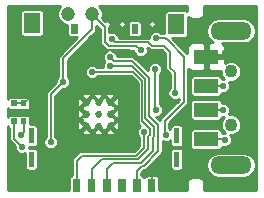
<source format=gbr>
G04 (created by PCBNEW (2013-07-07 BZR 4022)-stable) date 26/08/2023 23:26:33*
%MOIN*%
G04 Gerber Fmt 3.4, Leading zero omitted, Abs format*
%FSLAX34Y34*%
G01*
G70*
G90*
G04 APERTURE LIST*
%ADD10C,0.00590551*%
%ADD11C,0.012*%
%ADD12C,0.0472441*%
%ADD13O,0.1378X0.0591*%
%ADD14R,0.0787X0.0472*%
%ADD15C,0.0433*%
%ADD16C,0.0215*%
%ADD17C,0.006*%
%ADD18C,0.005*%
%ADD19C,0.0079*%
%ADD20C,0.01*%
G04 APERTURE END LIST*
G54D10*
G36*
X-4563Y-687D02*
X-4386Y-687D01*
X-4386Y-884D01*
X-4563Y-884D01*
X-4563Y-687D01*
X-4563Y-687D01*
G37*
G36*
X-4563Y-87D02*
X-4386Y-87D01*
X-4386Y-284D01*
X-4563Y-284D01*
X-4563Y-87D01*
X-4563Y-87D01*
G37*
G36*
X-4243Y-687D02*
X-4066Y-687D01*
X-4066Y-884D01*
X-4243Y-884D01*
X-4243Y-687D01*
X-4243Y-687D01*
G37*
G36*
X-4243Y-87D02*
X-4066Y-87D01*
X-4066Y-284D01*
X-4243Y-284D01*
X-4243Y-87D01*
X-4243Y-87D01*
G37*
G54D11*
X-1673Y-531D03*
X-1279Y-531D03*
X-2067Y-531D03*
X-2067Y-137D03*
X-1673Y-137D03*
X-1279Y-137D03*
X-1279Y-925D03*
X-1673Y-925D03*
X-2067Y-925D03*
G54D10*
G36*
X-255Y-3151D02*
X-511Y-3151D01*
X-511Y-2698D01*
X-255Y-2698D01*
X-255Y-3151D01*
X-255Y-3151D01*
G37*
G36*
X237Y-3151D02*
X-19Y-3151D01*
X-19Y-2698D01*
X237Y-2698D01*
X237Y-3151D01*
X237Y-3151D01*
G37*
G36*
X-757Y-3151D02*
X-1013Y-3151D01*
X-1013Y-2698D01*
X-757Y-2698D01*
X-757Y-3151D01*
X-757Y-3151D01*
G37*
G36*
X-1259Y-3151D02*
X-1515Y-3151D01*
X-1515Y-2698D01*
X-1259Y-2698D01*
X-1259Y-3151D01*
X-1259Y-3151D01*
G37*
G36*
X-1761Y-3151D02*
X-2017Y-3151D01*
X-2017Y-2698D01*
X-1761Y-2698D01*
X-1761Y-3151D01*
X-1761Y-3151D01*
G37*
G36*
X-2263Y-3151D02*
X-2519Y-3151D01*
X-2519Y-2698D01*
X-2263Y-2698D01*
X-2263Y-3151D01*
X-2263Y-3151D01*
G37*
G36*
X1033Y-2305D02*
X856Y-2305D01*
X856Y-1793D01*
X1033Y-1793D01*
X1033Y-2305D01*
X1033Y-2305D01*
G37*
G36*
X1033Y-1517D02*
X856Y-1517D01*
X856Y-1005D01*
X1033Y-1005D01*
X1033Y-1517D01*
X1033Y-1517D01*
G37*
G36*
X-3808Y-1517D02*
X-3985Y-1517D01*
X-3985Y-1005D01*
X-3808Y-1005D01*
X-3808Y-1517D01*
X-3808Y-1517D01*
G37*
G36*
X-3808Y-2305D02*
X-3985Y-2305D01*
X-3985Y-1793D01*
X-3808Y-1793D01*
X-3808Y-2305D01*
X-3808Y-2305D01*
G37*
G36*
X1201Y2124D02*
X650Y2124D01*
X650Y2793D01*
X1201Y2793D01*
X1201Y2124D01*
X1201Y2124D01*
G37*
G36*
X-3601Y2164D02*
X-4152Y2164D01*
X-4152Y2833D01*
X-3601Y2833D01*
X-3601Y2164D01*
X-3601Y2164D01*
G37*
G36*
X-345Y2144D02*
X-558Y2144D01*
X-558Y2459D01*
X-345Y2459D01*
X-345Y2144D01*
X-345Y2144D01*
G37*
G36*
X-2353Y2144D02*
X-2566Y2144D01*
X-2566Y2459D01*
X-2353Y2459D01*
X-2353Y2144D01*
X-2353Y2144D01*
G37*
G54D12*
X-2677Y2793D03*
X-1889Y2793D03*
X-2677Y2793D03*
X-1889Y2793D03*
G54D10*
G36*
X-255Y-3151D02*
X-511Y-3151D01*
X-511Y-2698D01*
X-255Y-2698D01*
X-255Y-3151D01*
X-255Y-3151D01*
G37*
G36*
X237Y-3151D02*
X-19Y-3151D01*
X-19Y-2698D01*
X237Y-2698D01*
X237Y-3151D01*
X237Y-3151D01*
G37*
G36*
X-757Y-3151D02*
X-1013Y-3151D01*
X-1013Y-2698D01*
X-757Y-2698D01*
X-757Y-3151D01*
X-757Y-3151D01*
G37*
G36*
X-1259Y-3151D02*
X-1515Y-3151D01*
X-1515Y-2698D01*
X-1259Y-2698D01*
X-1259Y-3151D01*
X-1259Y-3151D01*
G37*
G36*
X-1761Y-3151D02*
X-2017Y-3151D01*
X-2017Y-2698D01*
X-1761Y-2698D01*
X-1761Y-3151D01*
X-1761Y-3151D01*
G37*
G36*
X-2263Y-3151D02*
X-2519Y-3151D01*
X-2519Y-2698D01*
X-2263Y-2698D01*
X-2263Y-3151D01*
X-2263Y-3151D01*
G37*
G36*
X1033Y-2305D02*
X856Y-2305D01*
X856Y-1793D01*
X1033Y-1793D01*
X1033Y-2305D01*
X1033Y-2305D01*
G37*
G36*
X1033Y-1517D02*
X856Y-1517D01*
X856Y-1005D01*
X1033Y-1005D01*
X1033Y-1517D01*
X1033Y-1517D01*
G37*
G36*
X-3808Y-1517D02*
X-3985Y-1517D01*
X-3985Y-1005D01*
X-3808Y-1005D01*
X-3808Y-1517D01*
X-3808Y-1517D01*
G37*
G36*
X-3808Y-2305D02*
X-3985Y-2305D01*
X-3985Y-1793D01*
X-3808Y-1793D01*
X-3808Y-2305D01*
X-3808Y-2305D01*
G37*
G36*
X1201Y2124D02*
X650Y2124D01*
X650Y2793D01*
X1201Y2793D01*
X1201Y2124D01*
X1201Y2124D01*
G37*
G36*
X-3601Y2164D02*
X-4152Y2164D01*
X-4152Y2833D01*
X-3601Y2833D01*
X-3601Y2164D01*
X-3601Y2164D01*
G37*
G36*
X-345Y2144D02*
X-558Y2144D01*
X-558Y2459D01*
X-345Y2459D01*
X-345Y2144D01*
X-345Y2144D01*
G37*
G36*
X-2353Y2144D02*
X-2566Y2144D01*
X-2566Y2459D01*
X-2353Y2459D01*
X-2353Y2144D01*
X-2353Y2144D01*
G37*
G54D11*
X-1673Y-531D03*
X-1279Y-531D03*
X-2067Y-531D03*
X-2067Y-137D03*
X-1673Y-137D03*
X-1279Y-137D03*
X-1279Y-925D03*
X-1673Y-925D03*
X-2067Y-925D03*
G54D10*
G36*
X-4563Y-687D02*
X-4386Y-687D01*
X-4386Y-884D01*
X-4563Y-884D01*
X-4563Y-687D01*
X-4563Y-687D01*
G37*
G36*
X-4563Y-87D02*
X-4386Y-87D01*
X-4386Y-284D01*
X-4563Y-284D01*
X-4563Y-87D01*
X-4563Y-87D01*
G37*
G36*
X-4243Y-687D02*
X-4066Y-687D01*
X-4066Y-884D01*
X-4243Y-884D01*
X-4243Y-687D01*
X-4243Y-687D01*
G37*
G36*
X-4243Y-87D02*
X-4066Y-87D01*
X-4066Y-284D01*
X-4243Y-284D01*
X-4243Y-87D01*
X-4243Y-87D01*
G37*
G54D13*
X2755Y2237D03*
X2755Y-2250D03*
G54D14*
X1928Y-400D03*
X1928Y393D03*
X1928Y-1384D03*
X1928Y1371D03*
G54D15*
X2755Y-892D03*
X2755Y879D03*
G54D16*
X-2840Y535D03*
X-3260Y-1485D03*
X-260Y1595D03*
X255Y2006D03*
X580Y-1225D03*
X580Y-1225D03*
X255Y2006D03*
X-260Y1595D03*
X-3260Y-1485D03*
X-2840Y535D03*
X250Y-400D03*
X225Y950D03*
X225Y950D03*
X250Y-400D03*
X2500Y400D03*
X2500Y400D03*
X2500Y-400D03*
X2500Y-400D03*
X-140Y-1125D03*
X-140Y-1125D03*
X-1280Y1075D03*
X-1280Y1075D03*
X-1880Y875D03*
X-1880Y875D03*
X-1280Y1355D03*
X-1280Y1355D03*
X-1220Y1975D03*
X875Y150D03*
X875Y150D03*
X-1220Y1975D03*
X2540Y-1405D03*
X2540Y-1405D03*
X-3800Y795D03*
X-3060Y815D03*
X2560Y1495D03*
X180Y-2245D03*
X260Y1395D03*
X-220Y1235D03*
X-1900Y1735D03*
X-472Y2892D03*
X-472Y2892D03*
X-1900Y1735D03*
X-220Y1235D03*
X260Y1395D03*
X180Y-2245D03*
X2560Y1495D03*
X-3060Y815D03*
X-3800Y795D03*
X-4251Y-1251D03*
X-4251Y-1251D03*
X-4212Y-1635D03*
X-4212Y-1635D03*
G54D17*
X-2840Y535D02*
X-3260Y115D01*
X-3260Y115D02*
X-3260Y-1485D01*
X-260Y1595D02*
X-400Y1735D01*
X-400Y1735D02*
X-1320Y1735D01*
X-1320Y1735D02*
X-1460Y1875D01*
X-1460Y1875D02*
X-1460Y2242D01*
X-1889Y2282D02*
X-1889Y2793D01*
X-2840Y1331D02*
X-2840Y535D01*
X-2007Y2163D02*
X-2840Y1331D01*
X-2007Y2163D02*
X-1889Y2282D01*
X-1460Y2364D02*
X-1889Y2793D01*
X-1460Y2242D02*
X-1460Y2364D01*
X580Y-1225D02*
X540Y-1185D01*
X540Y-1185D02*
X540Y-765D01*
X540Y-765D02*
X1180Y-125D01*
X1180Y-125D02*
X1180Y1375D01*
X1180Y1375D02*
X640Y1915D01*
X548Y2006D02*
X640Y1915D01*
X255Y2006D02*
X548Y2006D01*
X255Y2006D02*
X548Y2006D01*
X548Y2006D02*
X640Y1915D01*
X1180Y1375D02*
X640Y1915D01*
X1180Y-125D02*
X1180Y1375D01*
X540Y-765D02*
X1180Y-125D01*
X540Y-1185D02*
X540Y-765D01*
X580Y-1225D02*
X540Y-1185D01*
X-1460Y2242D02*
X-1460Y2364D01*
X-1460Y2364D02*
X-1889Y2793D01*
X-2007Y2163D02*
X-1889Y2282D01*
X-2007Y2163D02*
X-2840Y1331D01*
X-2840Y1331D02*
X-2840Y535D01*
X-1889Y2282D02*
X-1889Y2793D01*
X-1460Y1875D02*
X-1460Y2242D01*
X-1320Y1735D02*
X-1460Y1875D01*
X-400Y1735D02*
X-1320Y1735D01*
X-260Y1595D02*
X-400Y1735D01*
X-3260Y115D02*
X-3260Y-1485D01*
X-2840Y535D02*
X-3260Y115D01*
G54D18*
X250Y-400D02*
X225Y-375D01*
X225Y-375D02*
X225Y950D01*
X225Y-375D02*
X225Y950D01*
X250Y-400D02*
X225Y-375D01*
X2500Y400D02*
X2499Y401D01*
X2499Y401D02*
X1825Y401D01*
X2499Y401D02*
X1825Y401D01*
X2500Y400D02*
X2499Y401D01*
X2500Y-400D02*
X2493Y-393D01*
X2493Y-393D02*
X1825Y-393D01*
X2493Y-393D02*
X1825Y-393D01*
X2500Y-400D02*
X2493Y-393D01*
X-140Y-1125D02*
X-140Y-1665D01*
X-140Y-1665D02*
X-400Y-1925D01*
X-400Y-1925D02*
X-2220Y-1925D01*
X-2220Y-1925D02*
X-2391Y-2096D01*
X-2391Y-2096D02*
X-2391Y-2925D01*
X-2391Y-2096D02*
X-2391Y-2925D01*
X-2220Y-1925D02*
X-2391Y-2096D01*
X-400Y-1925D02*
X-2220Y-1925D01*
X-140Y-1665D02*
X-400Y-1925D01*
X-140Y-1125D02*
X-140Y-1665D01*
X-1387Y-2372D02*
X-1180Y-2165D01*
X-1180Y-2165D02*
X-240Y-2165D01*
X-240Y-2165D02*
X160Y-1765D01*
X160Y-1765D02*
X160Y-1325D01*
X160Y-1325D02*
X200Y-1285D01*
X200Y-1285D02*
X200Y-985D01*
X200Y-985D02*
X-99Y-685D01*
X-99Y-685D02*
X-99Y634D01*
X-99Y634D02*
X-540Y1075D01*
X-540Y1075D02*
X-1280Y1075D01*
X-1387Y-2925D02*
X-1387Y-2372D01*
X-1387Y-2925D02*
X-1387Y-2372D01*
X-540Y1075D02*
X-1280Y1075D01*
X-99Y634D02*
X-540Y1075D01*
X-99Y-685D02*
X-99Y634D01*
X200Y-985D02*
X-99Y-685D01*
X200Y-1285D02*
X200Y-985D01*
X160Y-1325D02*
X200Y-1285D01*
X160Y-1765D02*
X160Y-1325D01*
X-240Y-2165D02*
X160Y-1765D01*
X-1180Y-2165D02*
X-240Y-2165D01*
X-1387Y-2372D02*
X-1180Y-2165D01*
X-1889Y-2374D02*
X-1560Y-2045D01*
X-1560Y-2045D02*
X-340Y-2045D01*
X-340Y-2045D02*
X0Y-1705D01*
X0Y-1705D02*
X0Y-1285D01*
X0Y-1285D02*
X60Y-1225D01*
X60Y-1225D02*
X60Y-1045D01*
X60Y-1045D02*
X-200Y-785D01*
X-200Y-785D02*
X-200Y575D01*
X-200Y575D02*
X-500Y875D01*
X-500Y875D02*
X-1880Y875D01*
X-1889Y-2925D02*
X-1889Y-2374D01*
X-1889Y-2925D02*
X-1889Y-2374D01*
X-500Y875D02*
X-1880Y875D01*
X-200Y575D02*
X-500Y875D01*
X-200Y-785D02*
X-200Y575D01*
X60Y-1045D02*
X-200Y-785D01*
X60Y-1225D02*
X60Y-1045D01*
X0Y-1285D02*
X60Y-1225D01*
X0Y-1705D02*
X0Y-1285D01*
X-340Y-2045D02*
X0Y-1705D01*
X-1560Y-2045D02*
X-340Y-2045D01*
X-1889Y-2374D02*
X-1560Y-2045D01*
X-383Y-2925D02*
X-383Y-2448D01*
X-1160Y1235D02*
X-1280Y1355D01*
X-540Y1235D02*
X-1160Y1235D01*
X20Y675D02*
X-540Y1235D01*
X20Y-604D02*
X20Y675D01*
X320Y-904D02*
X20Y-604D01*
X320Y-1785D02*
X320Y-904D01*
X-160Y-2265D02*
X320Y-1785D01*
X-200Y-2265D02*
X-160Y-2265D01*
X-383Y-2448D02*
X-200Y-2265D01*
X-383Y-2448D02*
X-200Y-2265D01*
X-200Y-2265D02*
X-160Y-2265D01*
X-160Y-2265D02*
X320Y-1785D01*
X320Y-1785D02*
X320Y-904D01*
X320Y-904D02*
X20Y-604D01*
X20Y-604D02*
X20Y675D01*
X20Y675D02*
X-540Y1235D01*
X-540Y1235D02*
X-1160Y1235D01*
X-1160Y1235D02*
X-1280Y1355D01*
X-383Y-2925D02*
X-383Y-2448D01*
X-1220Y1975D02*
X-1100Y1855D01*
X-1100Y1855D02*
X0Y1855D01*
X0Y1855D02*
X100Y1755D01*
X725Y1530D02*
X725Y1000D01*
X520Y1735D02*
X725Y1530D01*
X120Y1735D02*
X520Y1735D01*
X100Y1755D02*
X120Y1735D01*
X725Y1000D02*
X875Y850D01*
X875Y850D02*
X875Y150D01*
X875Y850D02*
X875Y150D01*
X725Y1000D02*
X875Y850D01*
X100Y1755D02*
X120Y1735D01*
X120Y1735D02*
X520Y1735D01*
X520Y1735D02*
X725Y1530D01*
X725Y1530D02*
X725Y1000D01*
X0Y1855D02*
X100Y1755D01*
X-1100Y1855D02*
X0Y1855D01*
X-1220Y1975D02*
X-1100Y1855D01*
X2540Y-1405D02*
X2512Y-1377D01*
X2512Y-1377D02*
X1825Y-1377D01*
X2512Y-1377D02*
X1825Y-1377D01*
X2540Y-1405D02*
X2512Y-1377D01*
G54D19*
X-3080Y795D02*
X-3800Y795D01*
X-3060Y815D02*
X-3080Y795D01*
X2444Y1379D02*
X2560Y1495D01*
X1825Y1379D02*
X2444Y1379D01*
X109Y-2316D02*
X180Y-2245D01*
X109Y-2925D02*
X109Y-2316D01*
X-4105Y-150D02*
X-4035Y-80D01*
X-3900Y-25D02*
X-3800Y75D01*
X-3980Y-25D02*
X-3900Y-25D01*
X-4035Y-80D02*
X-3980Y-25D01*
X-3800Y75D02*
X-3800Y795D01*
X-4474Y-185D02*
X-4154Y-185D01*
X-4140Y-185D02*
X-4035Y-80D01*
X-4035Y-80D02*
X-4035Y-80D01*
X-4154Y-185D02*
X-4140Y-185D01*
X-1800Y1635D02*
X-1900Y1735D01*
X-1900Y1735D02*
X-1900Y1755D01*
X260Y1395D02*
X100Y1235D01*
X100Y1235D02*
X-220Y1235D01*
X-220Y1235D02*
X-300Y1235D01*
X-300Y1235D02*
X-650Y1585D01*
X-650Y1585D02*
X-1750Y1585D01*
X-1750Y1585D02*
X-1900Y1735D01*
X-472Y2892D02*
X-472Y2872D01*
X-472Y2892D02*
X-472Y2872D01*
X-1750Y1585D02*
X-1900Y1735D01*
X-650Y1585D02*
X-1750Y1585D01*
X-300Y1235D02*
X-650Y1585D01*
X-220Y1235D02*
X-300Y1235D01*
X100Y1235D02*
X-220Y1235D01*
X260Y1395D02*
X100Y1235D01*
X-1900Y1735D02*
X-1900Y1755D01*
X-1800Y1635D02*
X-1900Y1735D01*
X-4154Y-185D02*
X-4140Y-185D01*
X-4035Y-80D02*
X-4035Y-80D01*
X-4140Y-185D02*
X-4035Y-80D01*
X-4474Y-185D02*
X-4154Y-185D01*
X-3800Y75D02*
X-3800Y795D01*
X-4035Y-80D02*
X-3980Y-25D01*
X-3980Y-25D02*
X-3900Y-25D01*
X-3900Y-25D02*
X-3800Y75D01*
X-4105Y-150D02*
X-4035Y-80D01*
X109Y-2925D02*
X109Y-2316D01*
X109Y-2316D02*
X180Y-2245D01*
X1825Y1379D02*
X2444Y1379D01*
X2444Y1379D02*
X2560Y1495D01*
X-3060Y815D02*
X-3080Y795D01*
X-3080Y795D02*
X-3800Y795D01*
G54D18*
X-4251Y-1251D02*
X-4154Y-1154D01*
X-4154Y-1154D02*
X-4154Y-785D01*
X-4154Y-1154D02*
X-4154Y-785D01*
X-4251Y-1251D02*
X-4154Y-1154D01*
X-4474Y-1372D02*
X-4212Y-1635D01*
X-4474Y-785D02*
X-4474Y-1372D01*
X-4474Y-785D02*
X-4474Y-1372D01*
X-4474Y-1372D02*
X-4212Y-1635D01*
G54D10*
G36*
X-1610Y-550D02*
X-1653Y-593D01*
X-1673Y-573D01*
X-1692Y-593D01*
X-1735Y-550D01*
X-1715Y-531D01*
X-1735Y-511D01*
X-1692Y-468D01*
X-1673Y-488D01*
X-1653Y-468D01*
X-1610Y-511D01*
X-1630Y-531D01*
X-1610Y-550D01*
X-1610Y-550D01*
G37*
G54D20*
X-1610Y-550D02*
X-1653Y-593D01*
X-1673Y-573D01*
X-1692Y-593D01*
X-1735Y-550D01*
X-1715Y-531D01*
X-1735Y-511D01*
X-1692Y-468D01*
X-1673Y-488D01*
X-1653Y-468D01*
X-1610Y-511D01*
X-1630Y-531D01*
X-1610Y-550D01*
G54D10*
G36*
X-276Y-926D02*
X-340Y-990D01*
X-376Y-1077D01*
X-376Y-1171D01*
X-340Y-1258D01*
X-294Y-1305D01*
X-294Y-1601D01*
X-463Y-1771D01*
X-966Y-1771D01*
X-966Y-969D01*
X-966Y-575D01*
X-966Y-181D01*
X-972Y-58D01*
X-1006Y23D01*
X-1079Y19D01*
X-1118Y-18D01*
X-1118Y135D01*
X-1234Y175D01*
X-1357Y169D01*
X-1439Y135D01*
X-1435Y62D01*
X-1279Y-94D01*
X-1122Y62D01*
X-1118Y135D01*
X-1118Y-18D01*
X-1236Y-137D01*
X-1079Y-293D01*
X-1006Y-297D01*
X-966Y-181D01*
X-966Y-575D01*
X-972Y-452D01*
X-1006Y-370D01*
X-1079Y-374D01*
X-1236Y-531D01*
X-1079Y-687D01*
X-1006Y-691D01*
X-966Y-575D01*
X-966Y-969D01*
X-972Y-846D01*
X-1006Y-764D01*
X-1079Y-768D01*
X-1118Y-806D01*
X-1118Y-803D01*
X-1122Y-730D01*
X-1124Y-728D01*
X-1122Y-725D01*
X-1118Y-652D01*
X-1234Y-612D01*
X-1240Y-612D01*
X-1279Y-573D01*
X-1298Y-593D01*
X-1341Y-550D01*
X-1321Y-531D01*
X-1341Y-511D01*
X-1298Y-468D01*
X-1279Y-488D01*
X-1235Y-445D01*
X-1200Y-443D01*
X-1118Y-409D01*
X-1122Y-336D01*
X-1124Y-334D01*
X-1122Y-331D01*
X-1118Y-258D01*
X-1234Y-218D01*
X-1240Y-218D01*
X-1279Y-179D01*
X-1298Y-199D01*
X-1341Y-156D01*
X-1321Y-137D01*
X-1364Y-93D01*
X-1366Y-58D01*
X-1400Y23D01*
X-1473Y19D01*
X-1476Y17D01*
X-1478Y19D01*
X-1512Y21D01*
X-1512Y135D01*
X-1628Y175D01*
X-1751Y169D01*
X-1833Y135D01*
X-1829Y62D01*
X-1673Y-94D01*
X-1516Y62D01*
X-1512Y135D01*
X-1512Y21D01*
X-1551Y23D01*
X-1591Y-92D01*
X-1591Y-98D01*
X-1630Y-137D01*
X-1610Y-156D01*
X-1653Y-199D01*
X-1673Y-179D01*
X-1692Y-199D01*
X-1735Y-156D01*
X-1715Y-137D01*
X-1758Y-93D01*
X-1760Y-58D01*
X-1794Y23D01*
X-1867Y19D01*
X-1870Y17D01*
X-1872Y19D01*
X-1906Y21D01*
X-1906Y135D01*
X-2022Y175D01*
X-2145Y169D01*
X-2227Y135D01*
X-2223Y62D01*
X-2067Y-94D01*
X-1910Y62D01*
X-1906Y135D01*
X-1906Y21D01*
X-1945Y23D01*
X-1985Y-92D01*
X-1985Y-98D01*
X-2024Y-137D01*
X-2004Y-156D01*
X-2047Y-199D01*
X-2067Y-179D01*
X-2109Y-221D01*
X-2109Y-137D01*
X-2266Y19D01*
X-2339Y23D01*
X-2379Y-92D01*
X-2373Y-215D01*
X-2339Y-297D01*
X-2266Y-293D01*
X-2109Y-137D01*
X-2109Y-221D01*
X-2110Y-222D01*
X-2145Y-224D01*
X-2227Y-258D01*
X-2223Y-331D01*
X-2221Y-334D01*
X-2223Y-336D01*
X-2227Y-409D01*
X-2111Y-449D01*
X-2105Y-449D01*
X-2067Y-488D01*
X-2047Y-468D01*
X-2004Y-511D01*
X-2024Y-531D01*
X-2004Y-550D01*
X-2047Y-593D01*
X-2067Y-573D01*
X-2109Y-615D01*
X-2109Y-531D01*
X-2266Y-374D01*
X-2339Y-370D01*
X-2379Y-486D01*
X-2373Y-609D01*
X-2339Y-691D01*
X-2266Y-687D01*
X-2109Y-531D01*
X-2109Y-615D01*
X-2110Y-616D01*
X-2145Y-618D01*
X-2227Y-652D01*
X-2223Y-725D01*
X-2221Y-728D01*
X-2223Y-730D01*
X-2227Y-803D01*
X-2111Y-843D01*
X-2105Y-843D01*
X-2067Y-882D01*
X-2047Y-862D01*
X-2004Y-905D01*
X-2024Y-925D01*
X-1981Y-968D01*
X-1979Y-1003D01*
X-1945Y-1085D01*
X-1872Y-1081D01*
X-1870Y-1079D01*
X-1867Y-1081D01*
X-1794Y-1085D01*
X-1754Y-969D01*
X-1754Y-963D01*
X-1715Y-925D01*
X-1735Y-905D01*
X-1692Y-862D01*
X-1673Y-882D01*
X-1653Y-862D01*
X-1610Y-905D01*
X-1630Y-925D01*
X-1587Y-968D01*
X-1585Y-1003D01*
X-1551Y-1085D01*
X-1478Y-1081D01*
X-1476Y-1079D01*
X-1473Y-1081D01*
X-1400Y-1085D01*
X-1360Y-969D01*
X-1360Y-963D01*
X-1321Y-925D01*
X-1341Y-905D01*
X-1298Y-862D01*
X-1279Y-882D01*
X-1235Y-839D01*
X-1200Y-837D01*
X-1118Y-803D01*
X-1118Y-806D01*
X-1236Y-925D01*
X-1079Y-1081D01*
X-1006Y-1085D01*
X-966Y-969D01*
X-966Y-1771D01*
X-1118Y-1771D01*
X-1118Y-1197D01*
X-1122Y-1124D01*
X-1279Y-967D01*
X-1435Y-1124D01*
X-1439Y-1197D01*
X-1323Y-1237D01*
X-1200Y-1231D01*
X-1118Y-1197D01*
X-1118Y-1771D01*
X-1512Y-1771D01*
X-1512Y-1197D01*
X-1516Y-1124D01*
X-1673Y-967D01*
X-1829Y-1124D01*
X-1833Y-1197D01*
X-1717Y-1237D01*
X-1594Y-1231D01*
X-1512Y-1197D01*
X-1512Y-1771D01*
X-1906Y-1771D01*
X-1906Y-1197D01*
X-1910Y-1124D01*
X-2067Y-967D01*
X-2109Y-1009D01*
X-2109Y-925D01*
X-2266Y-768D01*
X-2339Y-764D01*
X-2379Y-880D01*
X-2373Y-1003D01*
X-2339Y-1085D01*
X-2266Y-1081D01*
X-2109Y-925D01*
X-2109Y-1009D01*
X-2223Y-1124D01*
X-2227Y-1197D01*
X-2111Y-1237D01*
X-1988Y-1231D01*
X-1906Y-1197D01*
X-1906Y-1771D01*
X-2220Y-1771D01*
X-2278Y-1782D01*
X-2328Y-1816D01*
X-2499Y-1987D01*
X-2533Y-2037D01*
X-2545Y-2096D01*
X-2545Y-2569D01*
X-2591Y-2589D01*
X-2628Y-2625D01*
X-2647Y-2672D01*
X-2648Y-2724D01*
X-2648Y-3061D01*
X-4596Y-3061D01*
X-4635Y-3061D01*
X-4684Y-3061D01*
X-4684Y-929D01*
X-4672Y-957D01*
X-4636Y-993D01*
X-4628Y-996D01*
X-4628Y-1372D01*
X-4617Y-1431D01*
X-4583Y-1481D01*
X-4449Y-1616D01*
X-4449Y-1682D01*
X-4413Y-1769D01*
X-4346Y-1835D01*
X-4259Y-1871D01*
X-4165Y-1871D01*
X-4114Y-1850D01*
X-4114Y-2330D01*
X-4094Y-2377D01*
X-4058Y-2414D01*
X-4011Y-2433D01*
X-3959Y-2434D01*
X-3782Y-2434D01*
X-3735Y-2414D01*
X-3699Y-2378D01*
X-3679Y-2330D01*
X-3679Y-2279D01*
X-3679Y-1767D01*
X-3699Y-1720D01*
X-3735Y-1683D01*
X-3782Y-1664D01*
X-3834Y-1663D01*
X-3976Y-1663D01*
X-3976Y-1646D01*
X-3959Y-1646D01*
X-3782Y-1646D01*
X-3735Y-1626D01*
X-3699Y-1590D01*
X-3679Y-1542D01*
X-3679Y-1491D01*
X-3679Y-979D01*
X-3699Y-932D01*
X-3735Y-895D01*
X-3782Y-876D01*
X-3834Y-875D01*
X-3937Y-875D01*
X-3937Y-858D01*
X-3937Y-661D01*
X-3957Y-614D01*
X-3993Y-577D01*
X-4040Y-558D01*
X-4092Y-558D01*
X-4269Y-558D01*
X-4315Y-577D01*
X-4360Y-558D01*
X-4412Y-558D01*
X-4589Y-558D01*
X-4636Y-577D01*
X-4672Y-613D01*
X-4684Y-641D01*
X-4684Y-329D01*
X-4672Y-357D01*
X-4636Y-393D01*
X-4589Y-413D01*
X-4537Y-413D01*
X-4360Y-413D01*
X-4314Y-394D01*
X-4269Y-413D01*
X-4217Y-413D01*
X-4040Y-413D01*
X-3993Y-393D01*
X-3957Y-357D01*
X-3937Y-309D01*
X-3937Y-258D01*
X-3937Y-61D01*
X-3957Y-14D01*
X-3993Y22D01*
X-4040Y41D01*
X-4092Y41D01*
X-4269Y41D01*
X-4315Y22D01*
X-4360Y41D01*
X-4412Y41D01*
X-4589Y41D01*
X-4636Y22D01*
X-4672Y-13D01*
X-4684Y-41D01*
X-4684Y3048D01*
X-4635Y3048D01*
X-4616Y3048D01*
X-2938Y3048D01*
X-2986Y3001D01*
X-3042Y2866D01*
X-3042Y2721D01*
X-2986Y2587D01*
X-2884Y2484D01*
X-2750Y2428D01*
X-2695Y2428D01*
X-2695Y2118D01*
X-2675Y2071D01*
X-2639Y2035D01*
X-2592Y2015D01*
X-2540Y2015D01*
X-2381Y2015D01*
X-2952Y1444D01*
X-2986Y1392D01*
X-2999Y1331D01*
X-2999Y710D01*
X-3040Y669D01*
X-3076Y582D01*
X-3076Y523D01*
X-3372Y227D01*
X-3406Y175D01*
X-3419Y115D01*
X-3419Y-1309D01*
X-3460Y-1350D01*
X-3472Y-1379D01*
X-3472Y2190D01*
X-3472Y2859D01*
X-3492Y2906D01*
X-3528Y2942D01*
X-3575Y2962D01*
X-3627Y2962D01*
X-4178Y2962D01*
X-4225Y2942D01*
X-4261Y2906D01*
X-4281Y2859D01*
X-4281Y2807D01*
X-4281Y2138D01*
X-4261Y2091D01*
X-4225Y2055D01*
X-4178Y2035D01*
X-4126Y2035D01*
X-3575Y2035D01*
X-3528Y2055D01*
X-3492Y2091D01*
X-3472Y2138D01*
X-3472Y2190D01*
X-3472Y-1379D01*
X-3496Y-1437D01*
X-3496Y-1531D01*
X-3460Y-1618D01*
X-3394Y-1685D01*
X-3307Y-1721D01*
X-3213Y-1721D01*
X-3126Y-1685D01*
X-3059Y-1619D01*
X-3023Y-1532D01*
X-3023Y-1438D01*
X-3059Y-1351D01*
X-3101Y-1309D01*
X-3101Y49D01*
X-2851Y298D01*
X-2793Y298D01*
X-2706Y334D01*
X-2639Y400D01*
X-2603Y487D01*
X-2603Y581D01*
X-2639Y668D01*
X-2681Y710D01*
X-2681Y1265D01*
X-1895Y2051D01*
X-1895Y2051D01*
X-1895Y2051D01*
X-1777Y2169D01*
X-1742Y2221D01*
X-1742Y2221D01*
X-1730Y2282D01*
X-1730Y2410D01*
X-1619Y2298D01*
X-1619Y2242D01*
X-1619Y1875D01*
X-1606Y1814D01*
X-1572Y1762D01*
X-1432Y1622D01*
X-1380Y1588D01*
X-1380Y1588D01*
X-1350Y1581D01*
X-1413Y1555D01*
X-1480Y1489D01*
X-1516Y1402D01*
X-1516Y1308D01*
X-1480Y1221D01*
X-1474Y1215D01*
X-1480Y1209D01*
X-1516Y1122D01*
X-1516Y1029D01*
X-1699Y1029D01*
X-1745Y1075D01*
X-1832Y1111D01*
X-1926Y1111D01*
X-2013Y1075D01*
X-2080Y1009D01*
X-2116Y922D01*
X-2116Y828D01*
X-2080Y741D01*
X-2014Y674D01*
X-1927Y638D01*
X-1833Y638D01*
X-1746Y674D01*
X-1699Y721D01*
X-563Y721D01*
X-354Y511D01*
X-354Y-785D01*
X-342Y-843D01*
X-308Y-893D01*
X-276Y-926D01*
X-276Y-926D01*
G37*
G54D20*
X-276Y-926D02*
X-340Y-990D01*
X-376Y-1077D01*
X-376Y-1171D01*
X-340Y-1258D01*
X-294Y-1305D01*
X-294Y-1601D01*
X-463Y-1771D01*
X-966Y-1771D01*
X-966Y-969D01*
X-966Y-575D01*
X-966Y-181D01*
X-972Y-58D01*
X-1006Y23D01*
X-1079Y19D01*
X-1118Y-18D01*
X-1118Y135D01*
X-1234Y175D01*
X-1357Y169D01*
X-1439Y135D01*
X-1435Y62D01*
X-1279Y-94D01*
X-1122Y62D01*
X-1118Y135D01*
X-1118Y-18D01*
X-1236Y-137D01*
X-1079Y-293D01*
X-1006Y-297D01*
X-966Y-181D01*
X-966Y-575D01*
X-972Y-452D01*
X-1006Y-370D01*
X-1079Y-374D01*
X-1236Y-531D01*
X-1079Y-687D01*
X-1006Y-691D01*
X-966Y-575D01*
X-966Y-969D01*
X-972Y-846D01*
X-1006Y-764D01*
X-1079Y-768D01*
X-1118Y-806D01*
X-1118Y-803D01*
X-1122Y-730D01*
X-1124Y-728D01*
X-1122Y-725D01*
X-1118Y-652D01*
X-1234Y-612D01*
X-1240Y-612D01*
X-1279Y-573D01*
X-1298Y-593D01*
X-1341Y-550D01*
X-1321Y-531D01*
X-1341Y-511D01*
X-1298Y-468D01*
X-1279Y-488D01*
X-1235Y-445D01*
X-1200Y-443D01*
X-1118Y-409D01*
X-1122Y-336D01*
X-1124Y-334D01*
X-1122Y-331D01*
X-1118Y-258D01*
X-1234Y-218D01*
X-1240Y-218D01*
X-1279Y-179D01*
X-1298Y-199D01*
X-1341Y-156D01*
X-1321Y-137D01*
X-1364Y-93D01*
X-1366Y-58D01*
X-1400Y23D01*
X-1473Y19D01*
X-1476Y17D01*
X-1478Y19D01*
X-1512Y21D01*
X-1512Y135D01*
X-1628Y175D01*
X-1751Y169D01*
X-1833Y135D01*
X-1829Y62D01*
X-1673Y-94D01*
X-1516Y62D01*
X-1512Y135D01*
X-1512Y21D01*
X-1551Y23D01*
X-1591Y-92D01*
X-1591Y-98D01*
X-1630Y-137D01*
X-1610Y-156D01*
X-1653Y-199D01*
X-1673Y-179D01*
X-1692Y-199D01*
X-1735Y-156D01*
X-1715Y-137D01*
X-1758Y-93D01*
X-1760Y-58D01*
X-1794Y23D01*
X-1867Y19D01*
X-1870Y17D01*
X-1872Y19D01*
X-1906Y21D01*
X-1906Y135D01*
X-2022Y175D01*
X-2145Y169D01*
X-2227Y135D01*
X-2223Y62D01*
X-2067Y-94D01*
X-1910Y62D01*
X-1906Y135D01*
X-1906Y21D01*
X-1945Y23D01*
X-1985Y-92D01*
X-1985Y-98D01*
X-2024Y-137D01*
X-2004Y-156D01*
X-2047Y-199D01*
X-2067Y-179D01*
X-2109Y-221D01*
X-2109Y-137D01*
X-2266Y19D01*
X-2339Y23D01*
X-2379Y-92D01*
X-2373Y-215D01*
X-2339Y-297D01*
X-2266Y-293D01*
X-2109Y-137D01*
X-2109Y-221D01*
X-2110Y-222D01*
X-2145Y-224D01*
X-2227Y-258D01*
X-2223Y-331D01*
X-2221Y-334D01*
X-2223Y-336D01*
X-2227Y-409D01*
X-2111Y-449D01*
X-2105Y-449D01*
X-2067Y-488D01*
X-2047Y-468D01*
X-2004Y-511D01*
X-2024Y-531D01*
X-2004Y-550D01*
X-2047Y-593D01*
X-2067Y-573D01*
X-2109Y-615D01*
X-2109Y-531D01*
X-2266Y-374D01*
X-2339Y-370D01*
X-2379Y-486D01*
X-2373Y-609D01*
X-2339Y-691D01*
X-2266Y-687D01*
X-2109Y-531D01*
X-2109Y-615D01*
X-2110Y-616D01*
X-2145Y-618D01*
X-2227Y-652D01*
X-2223Y-725D01*
X-2221Y-728D01*
X-2223Y-730D01*
X-2227Y-803D01*
X-2111Y-843D01*
X-2105Y-843D01*
X-2067Y-882D01*
X-2047Y-862D01*
X-2004Y-905D01*
X-2024Y-925D01*
X-1981Y-968D01*
X-1979Y-1003D01*
X-1945Y-1085D01*
X-1872Y-1081D01*
X-1870Y-1079D01*
X-1867Y-1081D01*
X-1794Y-1085D01*
X-1754Y-969D01*
X-1754Y-963D01*
X-1715Y-925D01*
X-1735Y-905D01*
X-1692Y-862D01*
X-1673Y-882D01*
X-1653Y-862D01*
X-1610Y-905D01*
X-1630Y-925D01*
X-1587Y-968D01*
X-1585Y-1003D01*
X-1551Y-1085D01*
X-1478Y-1081D01*
X-1476Y-1079D01*
X-1473Y-1081D01*
X-1400Y-1085D01*
X-1360Y-969D01*
X-1360Y-963D01*
X-1321Y-925D01*
X-1341Y-905D01*
X-1298Y-862D01*
X-1279Y-882D01*
X-1235Y-839D01*
X-1200Y-837D01*
X-1118Y-803D01*
X-1118Y-806D01*
X-1236Y-925D01*
X-1079Y-1081D01*
X-1006Y-1085D01*
X-966Y-969D01*
X-966Y-1771D01*
X-1118Y-1771D01*
X-1118Y-1197D01*
X-1122Y-1124D01*
X-1279Y-967D01*
X-1435Y-1124D01*
X-1439Y-1197D01*
X-1323Y-1237D01*
X-1200Y-1231D01*
X-1118Y-1197D01*
X-1118Y-1771D01*
X-1512Y-1771D01*
X-1512Y-1197D01*
X-1516Y-1124D01*
X-1673Y-967D01*
X-1829Y-1124D01*
X-1833Y-1197D01*
X-1717Y-1237D01*
X-1594Y-1231D01*
X-1512Y-1197D01*
X-1512Y-1771D01*
X-1906Y-1771D01*
X-1906Y-1197D01*
X-1910Y-1124D01*
X-2067Y-967D01*
X-2109Y-1009D01*
X-2109Y-925D01*
X-2266Y-768D01*
X-2339Y-764D01*
X-2379Y-880D01*
X-2373Y-1003D01*
X-2339Y-1085D01*
X-2266Y-1081D01*
X-2109Y-925D01*
X-2109Y-1009D01*
X-2223Y-1124D01*
X-2227Y-1197D01*
X-2111Y-1237D01*
X-1988Y-1231D01*
X-1906Y-1197D01*
X-1906Y-1771D01*
X-2220Y-1771D01*
X-2278Y-1782D01*
X-2328Y-1816D01*
X-2499Y-1987D01*
X-2533Y-2037D01*
X-2545Y-2096D01*
X-2545Y-2569D01*
X-2591Y-2589D01*
X-2628Y-2625D01*
X-2647Y-2672D01*
X-2648Y-2724D01*
X-2648Y-3061D01*
X-4596Y-3061D01*
X-4635Y-3061D01*
X-4684Y-3061D01*
X-4684Y-929D01*
X-4672Y-957D01*
X-4636Y-993D01*
X-4628Y-996D01*
X-4628Y-1372D01*
X-4617Y-1431D01*
X-4583Y-1481D01*
X-4449Y-1616D01*
X-4449Y-1682D01*
X-4413Y-1769D01*
X-4346Y-1835D01*
X-4259Y-1871D01*
X-4165Y-1871D01*
X-4114Y-1850D01*
X-4114Y-2330D01*
X-4094Y-2377D01*
X-4058Y-2414D01*
X-4011Y-2433D01*
X-3959Y-2434D01*
X-3782Y-2434D01*
X-3735Y-2414D01*
X-3699Y-2378D01*
X-3679Y-2330D01*
X-3679Y-2279D01*
X-3679Y-1767D01*
X-3699Y-1720D01*
X-3735Y-1683D01*
X-3782Y-1664D01*
X-3834Y-1663D01*
X-3976Y-1663D01*
X-3976Y-1646D01*
X-3959Y-1646D01*
X-3782Y-1646D01*
X-3735Y-1626D01*
X-3699Y-1590D01*
X-3679Y-1542D01*
X-3679Y-1491D01*
X-3679Y-979D01*
X-3699Y-932D01*
X-3735Y-895D01*
X-3782Y-876D01*
X-3834Y-875D01*
X-3937Y-875D01*
X-3937Y-858D01*
X-3937Y-661D01*
X-3957Y-614D01*
X-3993Y-577D01*
X-4040Y-558D01*
X-4092Y-558D01*
X-4269Y-558D01*
X-4315Y-577D01*
X-4360Y-558D01*
X-4412Y-558D01*
X-4589Y-558D01*
X-4636Y-577D01*
X-4672Y-613D01*
X-4684Y-641D01*
X-4684Y-329D01*
X-4672Y-357D01*
X-4636Y-393D01*
X-4589Y-413D01*
X-4537Y-413D01*
X-4360Y-413D01*
X-4314Y-394D01*
X-4269Y-413D01*
X-4217Y-413D01*
X-4040Y-413D01*
X-3993Y-393D01*
X-3957Y-357D01*
X-3937Y-309D01*
X-3937Y-258D01*
X-3937Y-61D01*
X-3957Y-14D01*
X-3993Y22D01*
X-4040Y41D01*
X-4092Y41D01*
X-4269Y41D01*
X-4315Y22D01*
X-4360Y41D01*
X-4412Y41D01*
X-4589Y41D01*
X-4636Y22D01*
X-4672Y-13D01*
X-4684Y-41D01*
X-4684Y3048D01*
X-4635Y3048D01*
X-4616Y3048D01*
X-2938Y3048D01*
X-2986Y3001D01*
X-3042Y2866D01*
X-3042Y2721D01*
X-2986Y2587D01*
X-2884Y2484D01*
X-2750Y2428D01*
X-2695Y2428D01*
X-2695Y2118D01*
X-2675Y2071D01*
X-2639Y2035D01*
X-2592Y2015D01*
X-2540Y2015D01*
X-2381Y2015D01*
X-2952Y1444D01*
X-2986Y1392D01*
X-2999Y1331D01*
X-2999Y710D01*
X-3040Y669D01*
X-3076Y582D01*
X-3076Y523D01*
X-3372Y227D01*
X-3406Y175D01*
X-3419Y115D01*
X-3419Y-1309D01*
X-3460Y-1350D01*
X-3472Y-1379D01*
X-3472Y2190D01*
X-3472Y2859D01*
X-3492Y2906D01*
X-3528Y2942D01*
X-3575Y2962D01*
X-3627Y2962D01*
X-4178Y2962D01*
X-4225Y2942D01*
X-4261Y2906D01*
X-4281Y2859D01*
X-4281Y2807D01*
X-4281Y2138D01*
X-4261Y2091D01*
X-4225Y2055D01*
X-4178Y2035D01*
X-4126Y2035D01*
X-3575Y2035D01*
X-3528Y2055D01*
X-3492Y2091D01*
X-3472Y2138D01*
X-3472Y2190D01*
X-3472Y-1379D01*
X-3496Y-1437D01*
X-3496Y-1531D01*
X-3460Y-1618D01*
X-3394Y-1685D01*
X-3307Y-1721D01*
X-3213Y-1721D01*
X-3126Y-1685D01*
X-3059Y-1619D01*
X-3023Y-1532D01*
X-3023Y-1438D01*
X-3059Y-1351D01*
X-3101Y-1309D01*
X-3101Y49D01*
X-2851Y298D01*
X-2793Y298D01*
X-2706Y334D01*
X-2639Y400D01*
X-2603Y487D01*
X-2603Y581D01*
X-2639Y668D01*
X-2681Y710D01*
X-2681Y1265D01*
X-1895Y2051D01*
X-1895Y2051D01*
X-1895Y2051D01*
X-1777Y2169D01*
X-1742Y2221D01*
X-1742Y2221D01*
X-1730Y2282D01*
X-1730Y2410D01*
X-1619Y2298D01*
X-1619Y2242D01*
X-1619Y1875D01*
X-1606Y1814D01*
X-1572Y1762D01*
X-1432Y1622D01*
X-1380Y1588D01*
X-1380Y1588D01*
X-1350Y1581D01*
X-1413Y1555D01*
X-1480Y1489D01*
X-1516Y1402D01*
X-1516Y1308D01*
X-1480Y1221D01*
X-1474Y1215D01*
X-1480Y1209D01*
X-1516Y1122D01*
X-1516Y1029D01*
X-1699Y1029D01*
X-1745Y1075D01*
X-1832Y1111D01*
X-1926Y1111D01*
X-2013Y1075D01*
X-2080Y1009D01*
X-2116Y922D01*
X-2116Y828D01*
X-2080Y741D01*
X-2014Y674D01*
X-1927Y638D01*
X-1833Y638D01*
X-1746Y674D01*
X-1699Y721D01*
X-563Y721D01*
X-354Y511D01*
X-354Y-785D01*
X-342Y-843D01*
X-308Y-893D01*
X-276Y-926D01*
G54D10*
G36*
X1021Y-59D02*
X427Y-652D01*
X393Y-704D01*
X383Y-750D01*
X269Y-636D01*
X296Y-636D01*
X383Y-600D01*
X450Y-534D01*
X486Y-447D01*
X486Y-353D01*
X450Y-266D01*
X384Y-199D01*
X379Y-197D01*
X379Y769D01*
X425Y815D01*
X461Y902D01*
X461Y996D01*
X425Y1083D01*
X359Y1150D01*
X272Y1186D01*
X178Y1186D01*
X91Y1150D01*
X24Y1084D01*
X-11Y997D01*
X-11Y924D01*
X-431Y1343D01*
X-481Y1377D01*
X-540Y1389D01*
X-1043Y1389D01*
X-1043Y1401D01*
X-1079Y1488D01*
X-1145Y1555D01*
X-1195Y1576D01*
X-496Y1576D01*
X-496Y1548D01*
X-460Y1461D01*
X-394Y1394D01*
X-307Y1358D01*
X-213Y1358D01*
X-126Y1394D01*
X-59Y1460D01*
X-23Y1547D01*
X-23Y1641D01*
X-36Y1673D01*
X-8Y1646D01*
X11Y1626D01*
X61Y1592D01*
X61Y1592D01*
X120Y1581D01*
X456Y1581D01*
X571Y1466D01*
X571Y1000D01*
X582Y941D01*
X616Y891D01*
X721Y786D01*
X721Y330D01*
X674Y284D01*
X638Y197D01*
X638Y103D01*
X674Y16D01*
X740Y-50D01*
X827Y-86D01*
X921Y-86D01*
X1008Y-50D01*
X1021Y-38D01*
X1021Y-59D01*
X1021Y-59D01*
G37*
G54D20*
X1021Y-59D02*
X427Y-652D01*
X393Y-704D01*
X383Y-750D01*
X269Y-636D01*
X296Y-636D01*
X383Y-600D01*
X450Y-534D01*
X486Y-447D01*
X486Y-353D01*
X450Y-266D01*
X384Y-199D01*
X379Y-197D01*
X379Y769D01*
X425Y815D01*
X461Y902D01*
X461Y996D01*
X425Y1083D01*
X359Y1150D01*
X272Y1186D01*
X178Y1186D01*
X91Y1150D01*
X24Y1084D01*
X-11Y997D01*
X-11Y924D01*
X-431Y1343D01*
X-481Y1377D01*
X-540Y1389D01*
X-1043Y1389D01*
X-1043Y1401D01*
X-1079Y1488D01*
X-1145Y1555D01*
X-1195Y1576D01*
X-496Y1576D01*
X-496Y1548D01*
X-460Y1461D01*
X-394Y1394D01*
X-307Y1358D01*
X-213Y1358D01*
X-126Y1394D01*
X-59Y1460D01*
X-23Y1547D01*
X-23Y1641D01*
X-36Y1673D01*
X-8Y1646D01*
X11Y1626D01*
X61Y1592D01*
X61Y1592D01*
X120Y1581D01*
X456Y1581D01*
X571Y1466D01*
X571Y1000D01*
X582Y941D01*
X616Y891D01*
X721Y786D01*
X721Y330D01*
X674Y284D01*
X638Y197D01*
X638Y103D01*
X674Y16D01*
X740Y-50D01*
X827Y-86D01*
X921Y-86D01*
X1008Y-50D01*
X1021Y-38D01*
X1021Y-59D01*
G54D10*
G36*
X1288Y2888D02*
X1274Y2902D01*
X1227Y2922D01*
X1175Y2922D01*
X624Y2922D01*
X577Y2902D01*
X541Y2866D01*
X521Y2819D01*
X521Y2767D01*
X521Y2165D01*
X431Y2165D01*
X390Y2206D01*
X303Y2242D01*
X251Y2243D01*
X251Y2485D01*
X231Y2533D01*
X194Y2570D01*
X146Y2590D01*
X94Y2590D01*
X45Y2570D01*
X9Y2533D01*
X-10Y2485D01*
X-10Y2433D01*
X8Y2385D01*
X45Y2348D01*
X93Y2328D01*
X146Y2328D01*
X194Y2348D01*
X231Y2384D01*
X251Y2433D01*
X251Y2485D01*
X251Y2243D01*
X209Y2243D01*
X122Y2207D01*
X55Y2140D01*
X19Y2053D01*
X19Y2005D01*
X0Y2009D01*
X-216Y2009D01*
X-216Y2170D01*
X-216Y2485D01*
X-236Y2532D01*
X-272Y2568D01*
X-319Y2588D01*
X-349Y2588D01*
X-353Y2590D01*
X-405Y2590D01*
X-410Y2588D01*
X-584Y2588D01*
X-631Y2568D01*
X-667Y2532D01*
X-687Y2485D01*
X-687Y2433D01*
X-687Y2118D01*
X-667Y2071D01*
X-631Y2035D01*
X-584Y2015D01*
X-532Y2015D01*
X-319Y2015D01*
X-272Y2035D01*
X-236Y2071D01*
X-216Y2118D01*
X-216Y2170D01*
X-216Y2009D01*
X-748Y2009D01*
X-748Y2485D01*
X-768Y2533D01*
X-805Y2570D01*
X-853Y2590D01*
X-905Y2590D01*
X-954Y2570D01*
X-990Y2533D01*
X-1010Y2485D01*
X-1010Y2433D01*
X-991Y2385D01*
X-954Y2348D01*
X-906Y2328D01*
X-853Y2328D01*
X-805Y2348D01*
X-768Y2384D01*
X-748Y2433D01*
X-748Y2485D01*
X-748Y2009D01*
X-983Y2009D01*
X-983Y2021D01*
X-1019Y2108D01*
X-1085Y2175D01*
X-1172Y2211D01*
X-1266Y2211D01*
X-1301Y2197D01*
X-1301Y2242D01*
X-1301Y2352D01*
X-1268Y2384D01*
X-1248Y2433D01*
X-1248Y2485D01*
X-1268Y2533D01*
X-1305Y2570D01*
X-1353Y2590D01*
X-1405Y2590D01*
X-1445Y2574D01*
X-1544Y2673D01*
X-1524Y2720D01*
X-1524Y2866D01*
X-1579Y3000D01*
X-1628Y3048D01*
X1288Y3048D01*
X1288Y2888D01*
X1288Y2888D01*
G37*
G54D20*
X1288Y2888D02*
X1274Y2902D01*
X1227Y2922D01*
X1175Y2922D01*
X624Y2922D01*
X577Y2902D01*
X541Y2866D01*
X521Y2819D01*
X521Y2767D01*
X521Y2165D01*
X431Y2165D01*
X390Y2206D01*
X303Y2242D01*
X251Y2243D01*
X251Y2485D01*
X231Y2533D01*
X194Y2570D01*
X146Y2590D01*
X94Y2590D01*
X45Y2570D01*
X9Y2533D01*
X-10Y2485D01*
X-10Y2433D01*
X8Y2385D01*
X45Y2348D01*
X93Y2328D01*
X146Y2328D01*
X194Y2348D01*
X231Y2384D01*
X251Y2433D01*
X251Y2485D01*
X251Y2243D01*
X209Y2243D01*
X122Y2207D01*
X55Y2140D01*
X19Y2053D01*
X19Y2005D01*
X0Y2009D01*
X-216Y2009D01*
X-216Y2170D01*
X-216Y2485D01*
X-236Y2532D01*
X-272Y2568D01*
X-319Y2588D01*
X-349Y2588D01*
X-353Y2590D01*
X-405Y2590D01*
X-410Y2588D01*
X-584Y2588D01*
X-631Y2568D01*
X-667Y2532D01*
X-687Y2485D01*
X-687Y2433D01*
X-687Y2118D01*
X-667Y2071D01*
X-631Y2035D01*
X-584Y2015D01*
X-532Y2015D01*
X-319Y2015D01*
X-272Y2035D01*
X-236Y2071D01*
X-216Y2118D01*
X-216Y2170D01*
X-216Y2009D01*
X-748Y2009D01*
X-748Y2485D01*
X-768Y2533D01*
X-805Y2570D01*
X-853Y2590D01*
X-905Y2590D01*
X-954Y2570D01*
X-990Y2533D01*
X-1010Y2485D01*
X-1010Y2433D01*
X-991Y2385D01*
X-954Y2348D01*
X-906Y2328D01*
X-853Y2328D01*
X-805Y2348D01*
X-768Y2384D01*
X-748Y2433D01*
X-748Y2485D01*
X-748Y2009D01*
X-983Y2009D01*
X-983Y2021D01*
X-1019Y2108D01*
X-1085Y2175D01*
X-1172Y2211D01*
X-1266Y2211D01*
X-1301Y2197D01*
X-1301Y2242D01*
X-1301Y2352D01*
X-1268Y2384D01*
X-1248Y2433D01*
X-1248Y2485D01*
X-1268Y2533D01*
X-1305Y2570D01*
X-1353Y2590D01*
X-1405Y2590D01*
X-1445Y2574D01*
X-1544Y2673D01*
X-1524Y2720D01*
X-1524Y2866D01*
X-1579Y3000D01*
X-1628Y3048D01*
X1288Y3048D01*
X1288Y2888D01*
G54D10*
G36*
X3591Y-3061D02*
X3589Y-3061D01*
X3589Y-2250D01*
X3589Y2237D01*
X3557Y2400D01*
X3465Y2537D01*
X3327Y2629D01*
X3165Y2662D01*
X2346Y2662D01*
X2183Y2629D01*
X2046Y2537D01*
X1954Y2400D01*
X1921Y2237D01*
X1954Y2075D01*
X2046Y1937D01*
X2165Y1857D01*
X2041Y1857D01*
X1978Y1795D01*
X1978Y1421D01*
X2509Y1421D01*
X2572Y1484D01*
X2572Y1558D01*
X2572Y1657D01*
X2534Y1749D01*
X2470Y1813D01*
X3165Y1813D01*
X3327Y1845D01*
X3465Y1937D01*
X3557Y2075D01*
X3589Y2237D01*
X3589Y-2250D01*
X3557Y-2087D01*
X3465Y-1950D01*
X3327Y-1858D01*
X3165Y-1825D01*
X3101Y-1825D01*
X3101Y-823D01*
X3101Y948D01*
X3048Y1075D01*
X2951Y1172D01*
X2824Y1225D01*
X2687Y1225D01*
X2572Y1177D01*
X2572Y1185D01*
X2572Y1259D01*
X2509Y1321D01*
X1978Y1321D01*
X1978Y948D01*
X2041Y885D01*
X2371Y885D01*
X2410Y901D01*
X2410Y811D01*
X2462Y684D01*
X2510Y636D01*
X2453Y636D01*
X2451Y635D01*
X2451Y655D01*
X2431Y702D01*
X2395Y739D01*
X2348Y758D01*
X2296Y758D01*
X1509Y758D01*
X1462Y739D01*
X1425Y702D01*
X1406Y655D01*
X1406Y604D01*
X1406Y132D01*
X1425Y84D01*
X1462Y48D01*
X1509Y28D01*
X1560Y28D01*
X2347Y28D01*
X2395Y48D01*
X2431Y84D01*
X2451Y131D01*
X2451Y164D01*
X2452Y163D01*
X2546Y163D01*
X2633Y199D01*
X2700Y265D01*
X2736Y352D01*
X2736Y446D01*
X2700Y533D01*
X2700Y534D01*
X2824Y534D01*
X2951Y586D01*
X3048Y683D01*
X3101Y810D01*
X3101Y948D01*
X3101Y-823D01*
X3048Y-696D01*
X2951Y-599D01*
X2824Y-546D01*
X2687Y-546D01*
X2700Y-534D01*
X2736Y-447D01*
X2736Y-353D01*
X2700Y-266D01*
X2634Y-199D01*
X2547Y-163D01*
X2453Y-163D01*
X2451Y-164D01*
X2451Y-138D01*
X2431Y-91D01*
X2395Y-54D01*
X2348Y-35D01*
X2296Y-35D01*
X1509Y-35D01*
X1462Y-54D01*
X1425Y-91D01*
X1406Y-138D01*
X1406Y-189D01*
X1406Y-661D01*
X1425Y-709D01*
X1462Y-745D01*
X1509Y-765D01*
X1560Y-765D01*
X2347Y-765D01*
X2395Y-745D01*
X2431Y-709D01*
X2451Y-662D01*
X2451Y-635D01*
X2452Y-636D01*
X2522Y-636D01*
X2463Y-696D01*
X2410Y-823D01*
X2410Y-960D01*
X2462Y-1087D01*
X2543Y-1168D01*
X2493Y-1168D01*
X2451Y-1185D01*
X2451Y-1122D01*
X2431Y-1075D01*
X2395Y-1038D01*
X2348Y-1019D01*
X2296Y-1019D01*
X1509Y-1019D01*
X1462Y-1038D01*
X1425Y-1075D01*
X1406Y-1122D01*
X1406Y-1173D01*
X1406Y-1645D01*
X1425Y-1693D01*
X1462Y-1729D01*
X1509Y-1749D01*
X1560Y-1749D01*
X2347Y-1749D01*
X2395Y-1729D01*
X2431Y-1693D01*
X2451Y-1646D01*
X2451Y-1624D01*
X2492Y-1641D01*
X2586Y-1641D01*
X2673Y-1605D01*
X2740Y-1539D01*
X2776Y-1452D01*
X2776Y-1358D01*
X2740Y-1271D01*
X2707Y-1237D01*
X2824Y-1237D01*
X2951Y-1185D01*
X3048Y-1088D01*
X3101Y-961D01*
X3101Y-823D01*
X3101Y-1825D01*
X2346Y-1825D01*
X2183Y-1858D01*
X2046Y-1950D01*
X1954Y-2087D01*
X1921Y-2250D01*
X1954Y-2412D01*
X2046Y-2550D01*
X2183Y-2642D01*
X2346Y-2674D01*
X3165Y-2674D01*
X3327Y-2642D01*
X3465Y-2550D01*
X3557Y-2412D01*
X3589Y-2250D01*
X3589Y-3061D01*
X1861Y-3061D01*
X1861Y-2796D01*
X1849Y-2739D01*
X1817Y-2691D01*
X1769Y-2659D01*
X1712Y-2648D01*
X1437Y-2648D01*
X1380Y-2659D01*
X1332Y-2691D01*
X1299Y-2739D01*
X1288Y-2796D01*
X1288Y-3061D01*
X1162Y-3061D01*
X1162Y-2279D01*
X1162Y-1767D01*
X1142Y-1720D01*
X1106Y-1683D01*
X1059Y-1664D01*
X1007Y-1663D01*
X830Y-1663D01*
X783Y-1683D01*
X747Y-1719D01*
X727Y-1767D01*
X727Y-1818D01*
X727Y-2330D01*
X747Y-2377D01*
X783Y-2414D01*
X830Y-2433D01*
X882Y-2434D01*
X1059Y-2434D01*
X1106Y-2414D01*
X1142Y-2378D01*
X1162Y-2330D01*
X1162Y-2279D01*
X1162Y-3061D01*
X366Y-3061D01*
X366Y-2672D01*
X346Y-2625D01*
X310Y-2589D01*
X262Y-2569D01*
X211Y-2569D01*
X-44Y-2569D01*
X-91Y-2589D01*
X-128Y-2625D01*
X-136Y-2646D01*
X-145Y-2625D01*
X-181Y-2589D01*
X-229Y-2569D01*
X-229Y-2511D01*
X-130Y-2413D01*
X-101Y-2407D01*
X-101Y-2407D01*
X-51Y-2373D01*
X428Y-1893D01*
X462Y-1843D01*
X462Y-1843D01*
X474Y-1785D01*
X474Y-1437D01*
X532Y-1461D01*
X626Y-1461D01*
X713Y-1425D01*
X727Y-1411D01*
X727Y-1542D01*
X747Y-1589D01*
X783Y-1626D01*
X830Y-1645D01*
X882Y-1646D01*
X1059Y-1646D01*
X1106Y-1626D01*
X1142Y-1590D01*
X1162Y-1542D01*
X1162Y-1491D01*
X1162Y-979D01*
X1142Y-932D01*
X1106Y-895D01*
X1059Y-876D01*
X1007Y-875D01*
X830Y-875D01*
X783Y-895D01*
X747Y-931D01*
X727Y-979D01*
X727Y-1030D01*
X727Y-1037D01*
X714Y-1024D01*
X699Y-1018D01*
X699Y-830D01*
X1292Y-237D01*
X1292Y-237D01*
X1326Y-185D01*
X1338Y-125D01*
X1339Y-125D01*
X1339Y978D01*
X1393Y923D01*
X1485Y885D01*
X1816Y885D01*
X1878Y948D01*
X1878Y1321D01*
X1870Y1321D01*
X1870Y1421D01*
X1878Y1421D01*
X1878Y1795D01*
X1816Y1857D01*
X1485Y1857D01*
X1393Y1819D01*
X1323Y1749D01*
X1285Y1657D01*
X1285Y1558D01*
X1285Y1494D01*
X784Y1995D01*
X1227Y1995D01*
X1274Y2015D01*
X1310Y2051D01*
X1330Y2098D01*
X1330Y2150D01*
X1330Y2691D01*
X1332Y2688D01*
X1380Y2656D01*
X1437Y2645D01*
X1712Y2645D01*
X1769Y2656D01*
X1817Y2688D01*
X1849Y2737D01*
X1861Y2793D01*
X1861Y3048D01*
X3591Y3048D01*
X3591Y-3061D01*
X3591Y-3061D01*
G37*
G54D20*
X3591Y-3061D02*
X3589Y-3061D01*
X3589Y-2250D01*
X3589Y2237D01*
X3557Y2400D01*
X3465Y2537D01*
X3327Y2629D01*
X3165Y2662D01*
X2346Y2662D01*
X2183Y2629D01*
X2046Y2537D01*
X1954Y2400D01*
X1921Y2237D01*
X1954Y2075D01*
X2046Y1937D01*
X2165Y1857D01*
X2041Y1857D01*
X1978Y1795D01*
X1978Y1421D01*
X2509Y1421D01*
X2572Y1484D01*
X2572Y1558D01*
X2572Y1657D01*
X2534Y1749D01*
X2470Y1813D01*
X3165Y1813D01*
X3327Y1845D01*
X3465Y1937D01*
X3557Y2075D01*
X3589Y2237D01*
X3589Y-2250D01*
X3557Y-2087D01*
X3465Y-1950D01*
X3327Y-1858D01*
X3165Y-1825D01*
X3101Y-1825D01*
X3101Y-823D01*
X3101Y948D01*
X3048Y1075D01*
X2951Y1172D01*
X2824Y1225D01*
X2687Y1225D01*
X2572Y1177D01*
X2572Y1185D01*
X2572Y1259D01*
X2509Y1321D01*
X1978Y1321D01*
X1978Y948D01*
X2041Y885D01*
X2371Y885D01*
X2410Y901D01*
X2410Y811D01*
X2462Y684D01*
X2510Y636D01*
X2453Y636D01*
X2451Y635D01*
X2451Y655D01*
X2431Y702D01*
X2395Y739D01*
X2348Y758D01*
X2296Y758D01*
X1509Y758D01*
X1462Y739D01*
X1425Y702D01*
X1406Y655D01*
X1406Y604D01*
X1406Y132D01*
X1425Y84D01*
X1462Y48D01*
X1509Y28D01*
X1560Y28D01*
X2347Y28D01*
X2395Y48D01*
X2431Y84D01*
X2451Y131D01*
X2451Y164D01*
X2452Y163D01*
X2546Y163D01*
X2633Y199D01*
X2700Y265D01*
X2736Y352D01*
X2736Y446D01*
X2700Y533D01*
X2700Y534D01*
X2824Y534D01*
X2951Y586D01*
X3048Y683D01*
X3101Y810D01*
X3101Y948D01*
X3101Y-823D01*
X3048Y-696D01*
X2951Y-599D01*
X2824Y-546D01*
X2687Y-546D01*
X2700Y-534D01*
X2736Y-447D01*
X2736Y-353D01*
X2700Y-266D01*
X2634Y-199D01*
X2547Y-163D01*
X2453Y-163D01*
X2451Y-164D01*
X2451Y-138D01*
X2431Y-91D01*
X2395Y-54D01*
X2348Y-35D01*
X2296Y-35D01*
X1509Y-35D01*
X1462Y-54D01*
X1425Y-91D01*
X1406Y-138D01*
X1406Y-189D01*
X1406Y-661D01*
X1425Y-709D01*
X1462Y-745D01*
X1509Y-765D01*
X1560Y-765D01*
X2347Y-765D01*
X2395Y-745D01*
X2431Y-709D01*
X2451Y-662D01*
X2451Y-635D01*
X2452Y-636D01*
X2522Y-636D01*
X2463Y-696D01*
X2410Y-823D01*
X2410Y-960D01*
X2462Y-1087D01*
X2543Y-1168D01*
X2493Y-1168D01*
X2451Y-1185D01*
X2451Y-1122D01*
X2431Y-1075D01*
X2395Y-1038D01*
X2348Y-1019D01*
X2296Y-1019D01*
X1509Y-1019D01*
X1462Y-1038D01*
X1425Y-1075D01*
X1406Y-1122D01*
X1406Y-1173D01*
X1406Y-1645D01*
X1425Y-1693D01*
X1462Y-1729D01*
X1509Y-1749D01*
X1560Y-1749D01*
X2347Y-1749D01*
X2395Y-1729D01*
X2431Y-1693D01*
X2451Y-1646D01*
X2451Y-1624D01*
X2492Y-1641D01*
X2586Y-1641D01*
X2673Y-1605D01*
X2740Y-1539D01*
X2776Y-1452D01*
X2776Y-1358D01*
X2740Y-1271D01*
X2707Y-1237D01*
X2824Y-1237D01*
X2951Y-1185D01*
X3048Y-1088D01*
X3101Y-961D01*
X3101Y-823D01*
X3101Y-1825D01*
X2346Y-1825D01*
X2183Y-1858D01*
X2046Y-1950D01*
X1954Y-2087D01*
X1921Y-2250D01*
X1954Y-2412D01*
X2046Y-2550D01*
X2183Y-2642D01*
X2346Y-2674D01*
X3165Y-2674D01*
X3327Y-2642D01*
X3465Y-2550D01*
X3557Y-2412D01*
X3589Y-2250D01*
X3589Y-3061D01*
X1861Y-3061D01*
X1861Y-2796D01*
X1849Y-2739D01*
X1817Y-2691D01*
X1769Y-2659D01*
X1712Y-2648D01*
X1437Y-2648D01*
X1380Y-2659D01*
X1332Y-2691D01*
X1299Y-2739D01*
X1288Y-2796D01*
X1288Y-3061D01*
X1162Y-3061D01*
X1162Y-2279D01*
X1162Y-1767D01*
X1142Y-1720D01*
X1106Y-1683D01*
X1059Y-1664D01*
X1007Y-1663D01*
X830Y-1663D01*
X783Y-1683D01*
X747Y-1719D01*
X727Y-1767D01*
X727Y-1818D01*
X727Y-2330D01*
X747Y-2377D01*
X783Y-2414D01*
X830Y-2433D01*
X882Y-2434D01*
X1059Y-2434D01*
X1106Y-2414D01*
X1142Y-2378D01*
X1162Y-2330D01*
X1162Y-2279D01*
X1162Y-3061D01*
X366Y-3061D01*
X366Y-2672D01*
X346Y-2625D01*
X310Y-2589D01*
X262Y-2569D01*
X211Y-2569D01*
X-44Y-2569D01*
X-91Y-2589D01*
X-128Y-2625D01*
X-136Y-2646D01*
X-145Y-2625D01*
X-181Y-2589D01*
X-229Y-2569D01*
X-229Y-2511D01*
X-130Y-2413D01*
X-101Y-2407D01*
X-101Y-2407D01*
X-51Y-2373D01*
X428Y-1893D01*
X462Y-1843D01*
X462Y-1843D01*
X474Y-1785D01*
X474Y-1437D01*
X532Y-1461D01*
X626Y-1461D01*
X713Y-1425D01*
X727Y-1411D01*
X727Y-1542D01*
X747Y-1589D01*
X783Y-1626D01*
X830Y-1645D01*
X882Y-1646D01*
X1059Y-1646D01*
X1106Y-1626D01*
X1142Y-1590D01*
X1162Y-1542D01*
X1162Y-1491D01*
X1162Y-979D01*
X1142Y-932D01*
X1106Y-895D01*
X1059Y-876D01*
X1007Y-875D01*
X830Y-875D01*
X783Y-895D01*
X747Y-931D01*
X727Y-979D01*
X727Y-1030D01*
X727Y-1037D01*
X714Y-1024D01*
X699Y-1018D01*
X699Y-830D01*
X1292Y-237D01*
X1292Y-237D01*
X1326Y-185D01*
X1338Y-125D01*
X1339Y-125D01*
X1339Y978D01*
X1393Y923D01*
X1485Y885D01*
X1816Y885D01*
X1878Y948D01*
X1878Y1321D01*
X1870Y1321D01*
X1870Y1421D01*
X1878Y1421D01*
X1878Y1795D01*
X1816Y1857D01*
X1485Y1857D01*
X1393Y1819D01*
X1323Y1749D01*
X1285Y1657D01*
X1285Y1558D01*
X1285Y1494D01*
X784Y1995D01*
X1227Y1995D01*
X1274Y2015D01*
X1310Y2051D01*
X1330Y2098D01*
X1330Y2150D01*
X1330Y2691D01*
X1332Y2688D01*
X1380Y2656D01*
X1437Y2645D01*
X1712Y2645D01*
X1769Y2656D01*
X1817Y2688D01*
X1849Y2737D01*
X1861Y2793D01*
X1861Y3048D01*
X3591Y3048D01*
X3591Y-3061D01*
M02*

</source>
